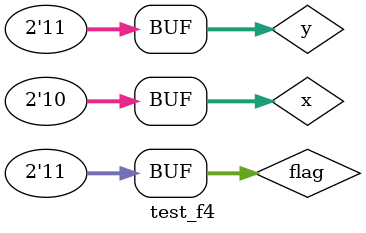
<source format=v>


module and2bit(output [1:0] s , input [1:0] a , input [1:0] b);

and AND0(s[0],a[0],b[0]); 
and AND1(s[1],a[1],b[1]);

endmodule //--fim and2Bit



module or2bit(output [1:0] s , input [1:0] a , input [1:0] b);

or OR0(s[0],a[0],b[0]); 
or OR1(s[1],a[1],b[1]);

endmodule //--fim or2Bit



module not2bit(output [1:0] s , input [1:0] a);

not NOT0( s[0] , a[0] );
not NOT1( s[1] , a[1] );

endmodule //-- Fim not2bit



// ------------------------- 
// f4_gate 
// ------------------------- 

module f4 ( output [1:0] s1 , output [1:0] s2 , input [1:0] a , input [1:0] b);
 
//-- and para os bits - saida s1
and AND0(s1[0],a[0],b[0]); 
and AND1(s1[1],a[1],b[1]);

//-- or para os bits - saida s2
or OR0(s2[0],a[0],b[0]); 
or OR1(s2[1],a[1],b[1]);

endmodule //-- f4 



//-------------------------------------------------------------------------------------------------------------------------------------------------------------------



// ------------------------- 
// f4_gate com selecao
// ------------------------- 

module f4comSelecao( output [1:0] s , input[1:0] flag, input [1:0] a , input [1:0] b );

//--primeira parte f4

wire [1:0]tmpAND1;//-- saida AND
wire [1:0]tmpOR1;//-- saida OR

f4 moduloF4( tmpAND1 , tmpOR1 , a , b );

//--segunda parte usando o seletor e AND1 AND2 e OR1

//-- 00 para OR
//-- 11 para AND

//-- primeiro AND1
wire [1:0] tmp;
and2bit AND1( tmp , tmpAND1 , flag );

//-- Segundo AND2
wire [1:0] tmp1;
wire [1:0] tmpNot;
not2bit NOT1( tmpNot , flag );
and2bit AND2( tmp1 , tmpOR1 , tmpNot );

//-- OR

or2bit OR3( s , tmp , tmp1);


endmodule //--f4 com selecao



module test_f4; 

// ------------------------- definir dados
reg [1:0] x; 
reg [1:0] y; 
reg [1:0] flag;
wire [1:0] s;
f4comSelecao modulo ( s , flag , x , y); 

// ------------------------- parte principal 

initial begin 

$display("Exemplo0032 - Alvaro Henrique de Araujo Rungue - 395487"); 
$display("\nTest LU's module:"); 

//-- projetar testes do modulo com flag 00
x = 2'b00; y = 2'b00; flag = 2'b00; 
$display("\nFlag = 0:");
#1 $display("x ,	y ,	Flag ,	Saida:");
#1 $monitor("%2b	%2b	%2b	%2b", x , y , flag , s);

#1 x = 2'b00; y = 2'b01; flag = 2'b00;
#1 x = 2'b00; y = 2'b10; flag = 2'b00;
#1 x = 2'b00; y = 2'b11; flag = 2'b00;
#1 $display("\n");
#1 x = 2'b01; y = 2'b00; flag = 2'b00;
#1 x = 2'b01; y = 2'b01; flag = 2'b00;
#1 x = 2'b01; y = 2'b10; flag = 2'b00;
#1 x = 2'b01; y = 2'b11; flag = 2'b00;
#1 $display("\n");
#1 x = 2'b10; y = 2'b00; flag = 2'b00;
#1 x = 2'b10; y = 2'b01; flag = 2'b00;
#1 x = 2'b10; y = 2'b10; flag = 2'b00;
#1 x = 2'b10; y = 2'b11; flag = 2'b00;
#1 $display("\n");
#1 x = 2'b11; y = 2'b00; flag = 2'b00;
#1 x = 2'b11; y = 2'b01; flag = 2'b00;
#1 x = 2'b11; y = 2'b10; flag = 2'b00;
#1 x = 2'b11; y = 2'b11; flag = 2'b00;

//-- projetar testes do modulo com flag 11
#1 $display("\nFlag = 1:");
#1 $display("x ,	y ,	Flag ,	Saida:");

#1 x = 2'b00; y = 2'b00; flag = 2'b11; 
//--#1 $monitor("%2b	%2b	%2b	%2b", x , y , flag , s);
#1 x = 2'b00; y = 2'b01; flag = 2'b11;
#1 x = 2'b00; y = 2'b10; flag = 2'b11;
#1 x = 2'b00; y = 2'b11; flag = 2'b11;
#1 $display("\n");
#1 x = 2'b11; y = 2'b00; flag = 2'b11;
#1 x = 2'b11; y = 2'b01; flag = 2'b11;
#1 x = 2'b11; y = 2'b10; flag = 2'b11;
#1 x = 2'b11; y = 2'b11; flag = 2'b11;
#1 $display("\n");
#1 x = 2'b01; y = 2'b00; flag = 2'b11;
#1 x = 2'b01; y = 2'b01; flag = 2'b11;
#1 x = 2'b01; y = 2'b10; flag = 2'b11;
#1 x = 2'b01; y = 2'b11; flag = 2'b11;
#1 $display("\n");
#1 x = 2'b10; y = 2'b00; flag = 2'b11;
#1 x = 2'b10; y = 2'b01; flag = 2'b11;
#1 x = 2'b10; y = 2'b10; flag = 2'b11;
#1 x = 2'b10; y = 2'b11; flag = 2'b11;

end 

endmodule //-- f4comSelecao
</source>
